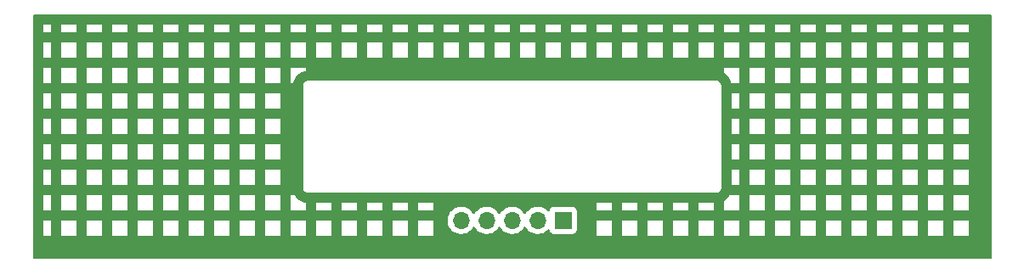
<source format=gbr>
%TF.GenerationSoftware,KiCad,Pcbnew,(6.0.4)*%
%TF.CreationDate,2022-08-22T23:27:17+02:00*%
%TF.ProjectId,SolarCMZ,536f6c61-7243-44d5-9a2e-6b696361645f,rev?*%
%TF.SameCoordinates,Original*%
%TF.FileFunction,Copper,L2,Bot*%
%TF.FilePolarity,Positive*%
%FSLAX46Y46*%
G04 Gerber Fmt 4.6, Leading zero omitted, Abs format (unit mm)*
G04 Created by KiCad (PCBNEW (6.0.4)) date 2022-08-22 23:27:17*
%MOMM*%
%LPD*%
G01*
G04 APERTURE LIST*
%TA.AperFunction,ComponentPad*%
%ADD10R,1.700000X1.700000*%
%TD*%
%TA.AperFunction,ComponentPad*%
%ADD11O,1.700000X1.700000*%
%TD*%
G04 APERTURE END LIST*
D10*
%TO.P,SolarPanelConnector1,1,Pin_1*%
%TO.N,unconnected-(SolarPanelConnector1-Pad1)*%
X157475000Y-122625000D03*
D11*
%TO.P,SolarPanelConnector1,2,Pin_2*%
%TO.N,Net-(R1-Pad2)*%
X154935000Y-122625000D03*
%TO.P,SolarPanelConnector1,3,Pin_3*%
%TO.N,unconnected-(SolarPanelConnector1-Pad3)*%
X152395000Y-122625000D03*
%TO.P,SolarPanelConnector1,4,Pin_4*%
%TO.N,unconnected-(SolarPanelConnector1-Pad4)*%
X149855000Y-122625000D03*
%TO.P,SolarPanelConnector1,5,Pin_5*%
%TO.N,/Solar2Neg*%
X147315000Y-122625000D03*
%TD*%
%TA.AperFunction,NonConductor*%
G36*
X200093621Y-102128502D02*
G01*
X200140114Y-102182158D01*
X200151500Y-102234500D01*
X200151500Y-126365500D01*
X200131498Y-126433621D01*
X200077842Y-126480114D01*
X200025500Y-126491500D01*
X104774500Y-126491500D01*
X104706379Y-126471498D01*
X104659886Y-126417842D01*
X104648500Y-126365500D01*
X104648500Y-124206500D01*
X105662500Y-124206500D01*
X106426500Y-124206500D01*
X107440500Y-124206500D01*
X108966500Y-124206500D01*
X109980500Y-124206500D01*
X111506500Y-124206500D01*
X112520500Y-124206500D01*
X114046500Y-124206500D01*
X115060500Y-124206500D01*
X116586500Y-124206500D01*
X117600500Y-124206500D01*
X119126500Y-124206500D01*
X120140500Y-124206500D01*
X121666500Y-124206500D01*
X122680500Y-124206500D01*
X124206500Y-124206500D01*
X125220500Y-124206500D01*
X126746500Y-124206500D01*
X127760500Y-124206500D01*
X129286500Y-124206500D01*
X130300500Y-124206500D01*
X131826500Y-124206500D01*
X132840500Y-124206500D01*
X134366500Y-124206500D01*
X135380500Y-124206500D01*
X136906500Y-124206500D01*
X137920500Y-124206500D01*
X139446500Y-124206500D01*
X140460500Y-124206500D01*
X141986500Y-124206500D01*
X143000500Y-124206500D01*
X144526500Y-124206500D01*
X160780500Y-124206500D01*
X162306500Y-124206500D01*
X163320500Y-124206500D01*
X164846500Y-124206500D01*
X165860500Y-124206500D01*
X167386500Y-124206500D01*
X168400500Y-124206500D01*
X169926500Y-124206500D01*
X170940500Y-124206500D01*
X172466500Y-124206500D01*
X173480500Y-124206500D01*
X175006500Y-124206500D01*
X176020500Y-124206500D01*
X177546500Y-124206500D01*
X178560500Y-124206500D01*
X180086500Y-124206500D01*
X181100500Y-124206500D01*
X182626500Y-124206500D01*
X183640500Y-124206500D01*
X185166500Y-124206500D01*
X186180500Y-124206500D01*
X187706500Y-124206500D01*
X188720500Y-124206500D01*
X190246500Y-124206500D01*
X191260500Y-124206500D01*
X192786500Y-124206500D01*
X193800500Y-124206500D01*
X195326500Y-124206500D01*
X196340500Y-124206500D01*
X197866500Y-124206500D01*
X197866500Y-122680500D01*
X196340500Y-122680500D01*
X196340500Y-124206500D01*
X195326500Y-124206500D01*
X195326500Y-122680500D01*
X193800500Y-122680500D01*
X193800500Y-124206500D01*
X192786500Y-124206500D01*
X192786500Y-122680500D01*
X191260500Y-122680500D01*
X191260500Y-124206500D01*
X190246500Y-124206500D01*
X190246500Y-122680500D01*
X188720500Y-122680500D01*
X188720500Y-124206500D01*
X187706500Y-124206500D01*
X187706500Y-122680500D01*
X186180500Y-122680500D01*
X186180500Y-124206500D01*
X185166500Y-124206500D01*
X185166500Y-122680500D01*
X183640500Y-122680500D01*
X183640500Y-124206500D01*
X182626500Y-124206500D01*
X182626500Y-122680500D01*
X181100500Y-122680500D01*
X181100500Y-124206500D01*
X180086500Y-124206500D01*
X180086500Y-122680500D01*
X178560500Y-122680500D01*
X178560500Y-124206500D01*
X177546500Y-124206500D01*
X177546500Y-122680500D01*
X176020500Y-122680500D01*
X176020500Y-124206500D01*
X175006500Y-124206500D01*
X175006500Y-122680500D01*
X173480500Y-122680500D01*
X173480500Y-124206500D01*
X172466500Y-124206500D01*
X172466500Y-122680500D01*
X170940500Y-122680500D01*
X170940500Y-124206500D01*
X169926500Y-124206500D01*
X169926500Y-122680500D01*
X168400500Y-122680500D01*
X168400500Y-124206500D01*
X167386500Y-124206500D01*
X167386500Y-122680500D01*
X165860500Y-122680500D01*
X165860500Y-124206500D01*
X164846500Y-124206500D01*
X164846500Y-122680500D01*
X163320500Y-122680500D01*
X163320500Y-124206500D01*
X162306500Y-124206500D01*
X162306500Y-122680500D01*
X160780500Y-122680500D01*
X160780500Y-124206500D01*
X144526500Y-124206500D01*
X144526500Y-122680500D01*
X143000500Y-122680500D01*
X143000500Y-124206500D01*
X141986500Y-124206500D01*
X141986500Y-122680500D01*
X140460500Y-122680500D01*
X140460500Y-124206500D01*
X139446500Y-124206500D01*
X139446500Y-122680500D01*
X137920500Y-122680500D01*
X137920500Y-124206500D01*
X136906500Y-124206500D01*
X136906500Y-122680500D01*
X135380500Y-122680500D01*
X135380500Y-124206500D01*
X134366500Y-124206500D01*
X134366500Y-122680500D01*
X132840500Y-122680500D01*
X132840500Y-124206500D01*
X131826500Y-124206500D01*
X131826500Y-122680500D01*
X130300500Y-122680500D01*
X130300500Y-124206500D01*
X129286500Y-124206500D01*
X129286500Y-122680500D01*
X127760500Y-122680500D01*
X127760500Y-124206500D01*
X126746500Y-124206500D01*
X126746500Y-122680500D01*
X125220500Y-122680500D01*
X125220500Y-124206500D01*
X124206500Y-124206500D01*
X124206500Y-122680500D01*
X122680500Y-122680500D01*
X122680500Y-124206500D01*
X121666500Y-124206500D01*
X121666500Y-122680500D01*
X120140500Y-122680500D01*
X120140500Y-124206500D01*
X119126500Y-124206500D01*
X119126500Y-122680500D01*
X117600500Y-122680500D01*
X117600500Y-124206500D01*
X116586500Y-124206500D01*
X116586500Y-122680500D01*
X115060500Y-122680500D01*
X115060500Y-124206500D01*
X114046500Y-124206500D01*
X114046500Y-122680500D01*
X112520500Y-122680500D01*
X112520500Y-124206500D01*
X111506500Y-124206500D01*
X111506500Y-122680500D01*
X109980500Y-122680500D01*
X109980500Y-124206500D01*
X108966500Y-124206500D01*
X108966500Y-122680500D01*
X107440500Y-122680500D01*
X107440500Y-124206500D01*
X106426500Y-124206500D01*
X106426500Y-122680500D01*
X105662500Y-122680500D01*
X105662500Y-124206500D01*
X104648500Y-124206500D01*
X104648500Y-122591695D01*
X145952251Y-122591695D01*
X145965110Y-122814715D01*
X145966247Y-122819761D01*
X145966248Y-122819767D01*
X145990304Y-122926508D01*
X146014222Y-123032639D01*
X146098266Y-123239616D01*
X146135685Y-123300678D01*
X146212291Y-123425688D01*
X146214987Y-123430088D01*
X146361250Y-123598938D01*
X146533126Y-123741632D01*
X146726000Y-123854338D01*
X146934692Y-123934030D01*
X146939760Y-123935061D01*
X146939763Y-123935062D01*
X147047017Y-123956883D01*
X147153597Y-123978567D01*
X147158772Y-123978757D01*
X147158774Y-123978757D01*
X147371673Y-123986564D01*
X147371677Y-123986564D01*
X147376837Y-123986753D01*
X147381957Y-123986097D01*
X147381959Y-123986097D01*
X147593288Y-123959025D01*
X147593289Y-123959025D01*
X147598416Y-123958368D01*
X147603366Y-123956883D01*
X147807429Y-123895661D01*
X147807434Y-123895659D01*
X147812384Y-123894174D01*
X148012994Y-123795896D01*
X148194860Y-123666173D01*
X148353096Y-123508489D01*
X148412594Y-123425689D01*
X148483453Y-123327077D01*
X148484776Y-123328028D01*
X148531645Y-123284857D01*
X148601580Y-123272625D01*
X148667026Y-123300144D01*
X148694875Y-123331994D01*
X148754987Y-123430088D01*
X148901250Y-123598938D01*
X149073126Y-123741632D01*
X149266000Y-123854338D01*
X149474692Y-123934030D01*
X149479760Y-123935061D01*
X149479763Y-123935062D01*
X149587017Y-123956883D01*
X149693597Y-123978567D01*
X149698772Y-123978757D01*
X149698774Y-123978757D01*
X149911673Y-123986564D01*
X149911677Y-123986564D01*
X149916837Y-123986753D01*
X149921957Y-123986097D01*
X149921959Y-123986097D01*
X150133288Y-123959025D01*
X150133289Y-123959025D01*
X150138416Y-123958368D01*
X150143366Y-123956883D01*
X150347429Y-123895661D01*
X150347434Y-123895659D01*
X150352384Y-123894174D01*
X150552994Y-123795896D01*
X150734860Y-123666173D01*
X150893096Y-123508489D01*
X150952594Y-123425689D01*
X151023453Y-123327077D01*
X151024776Y-123328028D01*
X151071645Y-123284857D01*
X151141580Y-123272625D01*
X151207026Y-123300144D01*
X151234875Y-123331994D01*
X151294987Y-123430088D01*
X151441250Y-123598938D01*
X151613126Y-123741632D01*
X151806000Y-123854338D01*
X152014692Y-123934030D01*
X152019760Y-123935061D01*
X152019763Y-123935062D01*
X152127017Y-123956883D01*
X152233597Y-123978567D01*
X152238772Y-123978757D01*
X152238774Y-123978757D01*
X152451673Y-123986564D01*
X152451677Y-123986564D01*
X152456837Y-123986753D01*
X152461957Y-123986097D01*
X152461959Y-123986097D01*
X152673288Y-123959025D01*
X152673289Y-123959025D01*
X152678416Y-123958368D01*
X152683366Y-123956883D01*
X152887429Y-123895661D01*
X152887434Y-123895659D01*
X152892384Y-123894174D01*
X153092994Y-123795896D01*
X153274860Y-123666173D01*
X153433096Y-123508489D01*
X153492594Y-123425689D01*
X153563453Y-123327077D01*
X153564776Y-123328028D01*
X153611645Y-123284857D01*
X153681580Y-123272625D01*
X153747026Y-123300144D01*
X153774875Y-123331994D01*
X153834987Y-123430088D01*
X153981250Y-123598938D01*
X154153126Y-123741632D01*
X154346000Y-123854338D01*
X154554692Y-123934030D01*
X154559760Y-123935061D01*
X154559763Y-123935062D01*
X154667017Y-123956883D01*
X154773597Y-123978567D01*
X154778772Y-123978757D01*
X154778774Y-123978757D01*
X154991673Y-123986564D01*
X154991677Y-123986564D01*
X154996837Y-123986753D01*
X155001957Y-123986097D01*
X155001959Y-123986097D01*
X155213288Y-123959025D01*
X155213289Y-123959025D01*
X155218416Y-123958368D01*
X155223366Y-123956883D01*
X155427429Y-123895661D01*
X155427434Y-123895659D01*
X155432384Y-123894174D01*
X155632994Y-123795896D01*
X155814860Y-123666173D01*
X155923091Y-123558319D01*
X155985462Y-123524404D01*
X156056268Y-123529592D01*
X156113030Y-123572238D01*
X156130012Y-123603341D01*
X156174385Y-123721705D01*
X156261739Y-123838261D01*
X156378295Y-123925615D01*
X156514684Y-123976745D01*
X156576866Y-123983500D01*
X158373134Y-123983500D01*
X158435316Y-123976745D01*
X158571705Y-123925615D01*
X158688261Y-123838261D01*
X158775615Y-123721705D01*
X158826745Y-123585316D01*
X158833500Y-123523134D01*
X158833500Y-121726866D01*
X158826942Y-121666500D01*
X160780500Y-121666500D01*
X162306500Y-121666500D01*
X163320500Y-121666500D01*
X164846500Y-121666500D01*
X165860500Y-121666500D01*
X167386500Y-121666500D01*
X168400500Y-121666500D01*
X169926500Y-121666500D01*
X170940500Y-121666500D01*
X172466500Y-121666500D01*
X173480500Y-121666500D01*
X175006500Y-121666500D01*
X176020500Y-121666500D01*
X177546500Y-121666500D01*
X178560500Y-121666500D01*
X180086500Y-121666500D01*
X181100500Y-121666500D01*
X182626500Y-121666500D01*
X183640500Y-121666500D01*
X185166500Y-121666500D01*
X186180500Y-121666500D01*
X187706500Y-121666500D01*
X188720500Y-121666500D01*
X190246500Y-121666500D01*
X191260500Y-121666500D01*
X192786500Y-121666500D01*
X193800500Y-121666500D01*
X195326500Y-121666500D01*
X196340500Y-121666500D01*
X197866500Y-121666500D01*
X197866500Y-120140500D01*
X196340500Y-120140500D01*
X196340500Y-121666500D01*
X195326500Y-121666500D01*
X195326500Y-120140500D01*
X193800500Y-120140500D01*
X193800500Y-121666500D01*
X192786500Y-121666500D01*
X192786500Y-120140500D01*
X191260500Y-120140500D01*
X191260500Y-121666500D01*
X190246500Y-121666500D01*
X190246500Y-120140500D01*
X188720500Y-120140500D01*
X188720500Y-121666500D01*
X187706500Y-121666500D01*
X187706500Y-120140500D01*
X186180500Y-120140500D01*
X186180500Y-121666500D01*
X185166500Y-121666500D01*
X185166500Y-120140500D01*
X183640500Y-120140500D01*
X183640500Y-121666500D01*
X182626500Y-121666500D01*
X182626500Y-120140500D01*
X181100500Y-120140500D01*
X181100500Y-121666500D01*
X180086500Y-121666500D01*
X180086500Y-120140500D01*
X178560500Y-120140500D01*
X178560500Y-121666500D01*
X177546500Y-121666500D01*
X177546500Y-120140500D01*
X176020500Y-120140500D01*
X176020500Y-121666500D01*
X175006500Y-121666500D01*
X175006500Y-120140500D01*
X174041143Y-120140500D01*
X174039486Y-120143267D01*
X174010279Y-120195473D01*
X174005630Y-120203131D01*
X173986017Y-120232989D01*
X173980834Y-120240298D01*
X173934128Y-120301442D01*
X173887678Y-120363028D01*
X173882033Y-120369984D01*
X173858550Y-120396904D01*
X173852425Y-120403441D01*
X173809963Y-120445646D01*
X173806815Y-120448964D01*
X173791268Y-120464228D01*
X173775607Y-120479794D01*
X173772209Y-120482939D01*
X173729515Y-120524856D01*
X173722901Y-120530903D01*
X173695694Y-120554056D01*
X173688670Y-120559616D01*
X173626556Y-120605282D01*
X173564822Y-120651255D01*
X173557450Y-120656348D01*
X173527352Y-120675596D01*
X173519638Y-120680151D01*
X173480500Y-120701423D01*
X173480500Y-121666500D01*
X172466500Y-121666500D01*
X172466500Y-120902500D01*
X170940500Y-120902500D01*
X170940500Y-121666500D01*
X169926500Y-121666500D01*
X169926500Y-120902500D01*
X168400500Y-120902500D01*
X168400500Y-121666500D01*
X167386500Y-121666500D01*
X167386500Y-120902500D01*
X165860500Y-120902500D01*
X165860500Y-121666500D01*
X164846500Y-121666500D01*
X164846500Y-120902500D01*
X163320500Y-120902500D01*
X163320500Y-121666500D01*
X162306500Y-121666500D01*
X162306500Y-120902500D01*
X160780500Y-120902500D01*
X160780500Y-121666500D01*
X158826942Y-121666500D01*
X158826745Y-121664684D01*
X158775615Y-121528295D01*
X158688261Y-121411739D01*
X158571705Y-121324385D01*
X158435316Y-121273255D01*
X158373134Y-121266500D01*
X156576866Y-121266500D01*
X156514684Y-121273255D01*
X156378295Y-121324385D01*
X156261739Y-121411739D01*
X156174385Y-121528295D01*
X156171233Y-121536703D01*
X156129919Y-121646907D01*
X156087277Y-121703671D01*
X156020716Y-121728371D01*
X155951367Y-121713163D01*
X155918743Y-121687476D01*
X155868151Y-121631875D01*
X155868142Y-121631866D01*
X155864670Y-121628051D01*
X155860619Y-121624852D01*
X155860615Y-121624848D01*
X155693414Y-121492800D01*
X155693410Y-121492798D01*
X155689359Y-121489598D01*
X155493789Y-121381638D01*
X155488920Y-121379914D01*
X155488916Y-121379912D01*
X155288087Y-121308795D01*
X155288083Y-121308794D01*
X155283212Y-121307069D01*
X155278119Y-121306162D01*
X155278116Y-121306161D01*
X155068373Y-121268800D01*
X155068367Y-121268799D01*
X155063284Y-121267894D01*
X154989452Y-121266992D01*
X154845081Y-121265228D01*
X154845079Y-121265228D01*
X154839911Y-121265165D01*
X154619091Y-121298955D01*
X154406756Y-121368357D01*
X154208607Y-121471507D01*
X154204474Y-121474610D01*
X154204471Y-121474612D01*
X154034100Y-121602530D01*
X154029965Y-121605635D01*
X153990525Y-121646907D01*
X153936280Y-121703671D01*
X153875629Y-121767138D01*
X153768201Y-121924621D01*
X153713293Y-121969621D01*
X153642768Y-121977792D01*
X153579021Y-121946538D01*
X153558324Y-121922054D01*
X153477822Y-121797617D01*
X153477820Y-121797614D01*
X153475014Y-121793277D01*
X153324670Y-121628051D01*
X153320619Y-121624852D01*
X153320615Y-121624848D01*
X153153414Y-121492800D01*
X153153410Y-121492798D01*
X153149359Y-121489598D01*
X152953789Y-121381638D01*
X152948920Y-121379914D01*
X152948916Y-121379912D01*
X152748087Y-121308795D01*
X152748083Y-121308794D01*
X152743212Y-121307069D01*
X152738119Y-121306162D01*
X152738116Y-121306161D01*
X152528373Y-121268800D01*
X152528367Y-121268799D01*
X152523284Y-121267894D01*
X152449452Y-121266992D01*
X152305081Y-121265228D01*
X152305079Y-121265228D01*
X152299911Y-121265165D01*
X152079091Y-121298955D01*
X151866756Y-121368357D01*
X151668607Y-121471507D01*
X151664474Y-121474610D01*
X151664471Y-121474612D01*
X151494100Y-121602530D01*
X151489965Y-121605635D01*
X151450525Y-121646907D01*
X151396280Y-121703671D01*
X151335629Y-121767138D01*
X151228201Y-121924621D01*
X151173293Y-121969621D01*
X151102768Y-121977792D01*
X151039021Y-121946538D01*
X151018324Y-121922054D01*
X150937822Y-121797617D01*
X150937820Y-121797614D01*
X150935014Y-121793277D01*
X150784670Y-121628051D01*
X150780619Y-121624852D01*
X150780615Y-121624848D01*
X150613414Y-121492800D01*
X150613410Y-121492798D01*
X150609359Y-121489598D01*
X150413789Y-121381638D01*
X150408920Y-121379914D01*
X150408916Y-121379912D01*
X150208087Y-121308795D01*
X150208083Y-121308794D01*
X150203212Y-121307069D01*
X150198119Y-121306162D01*
X150198116Y-121306161D01*
X149988373Y-121268800D01*
X149988367Y-121268799D01*
X149983284Y-121267894D01*
X149909452Y-121266992D01*
X149765081Y-121265228D01*
X149765079Y-121265228D01*
X149759911Y-121265165D01*
X149539091Y-121298955D01*
X149326756Y-121368357D01*
X149128607Y-121471507D01*
X149124474Y-121474610D01*
X149124471Y-121474612D01*
X148954100Y-121602530D01*
X148949965Y-121605635D01*
X148910525Y-121646907D01*
X148856280Y-121703671D01*
X148795629Y-121767138D01*
X148688201Y-121924621D01*
X148633293Y-121969621D01*
X148562768Y-121977792D01*
X148499021Y-121946538D01*
X148478324Y-121922054D01*
X148397822Y-121797617D01*
X148397820Y-121797614D01*
X148395014Y-121793277D01*
X148244670Y-121628051D01*
X148240619Y-121624852D01*
X148240615Y-121624848D01*
X148073414Y-121492800D01*
X148073410Y-121492798D01*
X148069359Y-121489598D01*
X147873789Y-121381638D01*
X147868920Y-121379914D01*
X147868916Y-121379912D01*
X147668087Y-121308795D01*
X147668083Y-121308794D01*
X147663212Y-121307069D01*
X147658119Y-121306162D01*
X147658116Y-121306161D01*
X147448373Y-121268800D01*
X147448367Y-121268799D01*
X147443284Y-121267894D01*
X147369452Y-121266992D01*
X147225081Y-121265228D01*
X147225079Y-121265228D01*
X147219911Y-121265165D01*
X146999091Y-121298955D01*
X146786756Y-121368357D01*
X146588607Y-121471507D01*
X146584474Y-121474610D01*
X146584471Y-121474612D01*
X146414100Y-121602530D01*
X146409965Y-121605635D01*
X146370525Y-121646907D01*
X146316280Y-121703671D01*
X146255629Y-121767138D01*
X146129743Y-121951680D01*
X146035688Y-122154305D01*
X145975989Y-122369570D01*
X145952251Y-122591695D01*
X104648500Y-122591695D01*
X104648500Y-121666500D01*
X105662500Y-121666500D01*
X106426500Y-121666500D01*
X107440500Y-121666500D01*
X108966500Y-121666500D01*
X109980500Y-121666500D01*
X111506500Y-121666500D01*
X112520500Y-121666500D01*
X114046500Y-121666500D01*
X115060500Y-121666500D01*
X116586500Y-121666500D01*
X117600500Y-121666500D01*
X119126500Y-121666500D01*
X120140500Y-121666500D01*
X121666500Y-121666500D01*
X122680500Y-121666500D01*
X124206500Y-121666500D01*
X125220500Y-121666500D01*
X126746500Y-121666500D01*
X127760500Y-121666500D01*
X129286500Y-121666500D01*
X130300500Y-121666500D01*
X131826500Y-121666500D01*
X132840500Y-121666500D01*
X134366500Y-121666500D01*
X135380500Y-121666500D01*
X136906500Y-121666500D01*
X137920500Y-121666500D01*
X139446500Y-121666500D01*
X140460500Y-121666500D01*
X141986500Y-121666500D01*
X143000500Y-121666500D01*
X144526500Y-121666500D01*
X144526500Y-120902500D01*
X143000500Y-120902500D01*
X143000500Y-121666500D01*
X141986500Y-121666500D01*
X141986500Y-120902500D01*
X140460500Y-120902500D01*
X140460500Y-121666500D01*
X139446500Y-121666500D01*
X139446500Y-120902500D01*
X137920500Y-120902500D01*
X137920500Y-121666500D01*
X136906500Y-121666500D01*
X136906500Y-120902500D01*
X135380500Y-120902500D01*
X135380500Y-121666500D01*
X134366500Y-121666500D01*
X134366500Y-120902500D01*
X132840500Y-120902500D01*
X132840500Y-121666500D01*
X131826500Y-121666500D01*
X131826500Y-120885099D01*
X131769450Y-120872373D01*
X131764996Y-120871516D01*
X131743716Y-120866632D01*
X131722201Y-120861833D01*
X131717793Y-120860683D01*
X131659437Y-120847291D01*
X131650780Y-120844977D01*
X131616617Y-120834532D01*
X131608149Y-120831610D01*
X131536411Y-120803965D01*
X131464206Y-120776645D01*
X131455945Y-120773178D01*
X131423514Y-120758193D01*
X131415520Y-120754149D01*
X131363033Y-120725205D01*
X131359025Y-120723146D01*
X131340198Y-120712613D01*
X131320691Y-120701856D01*
X131316733Y-120699486D01*
X131264527Y-120670279D01*
X131256869Y-120665630D01*
X131227011Y-120646017D01*
X131219702Y-120640834D01*
X131158558Y-120594128D01*
X131096972Y-120547678D01*
X131090016Y-120542033D01*
X131063096Y-120518550D01*
X131056559Y-120512425D01*
X131014354Y-120469963D01*
X131011036Y-120466815D01*
X130995772Y-120451268D01*
X130980206Y-120435607D01*
X130977061Y-120432209D01*
X130935144Y-120389515D01*
X130929097Y-120382901D01*
X130905944Y-120355694D01*
X130900384Y-120348670D01*
X130854718Y-120286556D01*
X130808745Y-120224822D01*
X130803652Y-120217450D01*
X130784404Y-120187352D01*
X130779849Y-120179638D01*
X130758577Y-120140500D01*
X130300500Y-120140500D01*
X130300500Y-121666500D01*
X129286500Y-121666500D01*
X129286500Y-120140500D01*
X127760500Y-120140500D01*
X127760500Y-121666500D01*
X126746500Y-121666500D01*
X126746500Y-120140500D01*
X125220500Y-120140500D01*
X125220500Y-121666500D01*
X124206500Y-121666500D01*
X124206500Y-120140500D01*
X122680500Y-120140500D01*
X122680500Y-121666500D01*
X121666500Y-121666500D01*
X121666500Y-120140500D01*
X120140500Y-120140500D01*
X120140500Y-121666500D01*
X119126500Y-121666500D01*
X119126500Y-120140500D01*
X117600500Y-120140500D01*
X117600500Y-121666500D01*
X116586500Y-121666500D01*
X116586500Y-120140500D01*
X115060500Y-120140500D01*
X115060500Y-121666500D01*
X114046500Y-121666500D01*
X114046500Y-120140500D01*
X112520500Y-120140500D01*
X112520500Y-121666500D01*
X111506500Y-121666500D01*
X111506500Y-120140500D01*
X109980500Y-120140500D01*
X109980500Y-121666500D01*
X108966500Y-121666500D01*
X108966500Y-120140500D01*
X107440500Y-120140500D01*
X107440500Y-121666500D01*
X106426500Y-121666500D01*
X106426500Y-120140500D01*
X105662500Y-120140500D01*
X105662500Y-121666500D01*
X104648500Y-121666500D01*
X104648500Y-119449721D01*
X131571024Y-119449721D01*
X131573491Y-119458352D01*
X131579150Y-119478153D01*
X131582728Y-119494915D01*
X131586920Y-119524187D01*
X131590634Y-119532355D01*
X131590634Y-119532356D01*
X131597548Y-119547562D01*
X131603996Y-119565086D01*
X131611051Y-119589771D01*
X131615843Y-119597365D01*
X131615844Y-119597368D01*
X131626830Y-119614780D01*
X131634969Y-119629863D01*
X131647208Y-119656782D01*
X131653069Y-119663584D01*
X131663970Y-119676235D01*
X131675073Y-119691239D01*
X131688776Y-119712958D01*
X131695501Y-119718897D01*
X131695504Y-119718901D01*
X131710938Y-119732532D01*
X131722982Y-119744724D01*
X131736427Y-119760327D01*
X131736430Y-119760329D01*
X131742287Y-119767127D01*
X131749816Y-119772007D01*
X131749817Y-119772008D01*
X131763835Y-119781094D01*
X131778709Y-119792385D01*
X131791217Y-119803431D01*
X131797951Y-119809378D01*
X131824711Y-119821942D01*
X131839691Y-119830263D01*
X131856983Y-119841471D01*
X131856988Y-119841473D01*
X131864515Y-119846352D01*
X131873108Y-119848922D01*
X131873113Y-119848924D01*
X131889120Y-119853711D01*
X131906564Y-119860372D01*
X131921676Y-119867467D01*
X131921678Y-119867468D01*
X131929800Y-119871281D01*
X131938667Y-119872662D01*
X131938668Y-119872662D01*
X131941353Y-119873080D01*
X131959017Y-119875830D01*
X131975732Y-119879613D01*
X131995466Y-119885515D01*
X131995472Y-119885516D01*
X132004066Y-119888086D01*
X132013037Y-119888141D01*
X132013038Y-119888141D01*
X132023097Y-119888202D01*
X132038506Y-119888296D01*
X132039289Y-119888329D01*
X132040386Y-119888500D01*
X132071377Y-119888500D01*
X132072147Y-119888502D01*
X132145785Y-119888952D01*
X132145786Y-119888952D01*
X132149721Y-119888976D01*
X132151065Y-119888592D01*
X132152410Y-119888500D01*
X172711377Y-119888500D01*
X172712148Y-119888502D01*
X172789721Y-119888976D01*
X172818152Y-119880850D01*
X172834915Y-119877272D01*
X172835753Y-119877152D01*
X172864187Y-119873080D01*
X172887564Y-119862451D01*
X172905087Y-119856004D01*
X172929771Y-119848949D01*
X172937365Y-119844157D01*
X172937368Y-119844156D01*
X172954780Y-119833170D01*
X172969865Y-119825030D01*
X172996782Y-119812792D01*
X173016235Y-119796030D01*
X173031239Y-119784927D01*
X173052958Y-119771224D01*
X173058897Y-119764499D01*
X173058901Y-119764496D01*
X173072532Y-119749062D01*
X173084724Y-119737018D01*
X173100327Y-119723573D01*
X173100329Y-119723570D01*
X173107127Y-119717713D01*
X173121094Y-119696165D01*
X173132385Y-119681291D01*
X173143431Y-119668783D01*
X173143432Y-119668782D01*
X173149378Y-119662049D01*
X173161943Y-119635287D01*
X173170263Y-119620309D01*
X173181471Y-119603017D01*
X173181473Y-119603012D01*
X173186352Y-119595485D01*
X173188922Y-119586892D01*
X173188924Y-119586887D01*
X173193711Y-119570880D01*
X173200372Y-119553436D01*
X173207467Y-119538324D01*
X173207468Y-119538322D01*
X173211281Y-119530200D01*
X173215830Y-119500983D01*
X173219613Y-119484268D01*
X173225515Y-119464534D01*
X173225516Y-119464528D01*
X173228086Y-119455934D01*
X173228296Y-119421494D01*
X173228329Y-119420711D01*
X173228500Y-119419614D01*
X173228500Y-119388623D01*
X173228502Y-119387853D01*
X173228952Y-119314215D01*
X173228952Y-119314214D01*
X173228976Y-119310279D01*
X173228592Y-119308935D01*
X173228500Y-119307590D01*
X173228500Y-119126500D01*
X174242500Y-119126500D01*
X175006500Y-119126500D01*
X176020500Y-119126500D01*
X177546500Y-119126500D01*
X178560500Y-119126500D01*
X180086500Y-119126500D01*
X181100500Y-119126500D01*
X182626500Y-119126500D01*
X183640500Y-119126500D01*
X185166500Y-119126500D01*
X186180500Y-119126500D01*
X187706500Y-119126500D01*
X188720500Y-119126500D01*
X190246500Y-119126500D01*
X191260500Y-119126500D01*
X192786500Y-119126500D01*
X193800500Y-119126500D01*
X195326500Y-119126500D01*
X196340500Y-119126500D01*
X197866500Y-119126500D01*
X197866500Y-117600500D01*
X196340500Y-117600500D01*
X196340500Y-119126500D01*
X195326500Y-119126500D01*
X195326500Y-117600500D01*
X193800500Y-117600500D01*
X193800500Y-119126500D01*
X192786500Y-119126500D01*
X192786500Y-117600500D01*
X191260500Y-117600500D01*
X191260500Y-119126500D01*
X190246500Y-119126500D01*
X190246500Y-117600500D01*
X188720500Y-117600500D01*
X188720500Y-119126500D01*
X187706500Y-119126500D01*
X187706500Y-117600500D01*
X186180500Y-117600500D01*
X186180500Y-119126500D01*
X185166500Y-119126500D01*
X185166500Y-117600500D01*
X183640500Y-117600500D01*
X183640500Y-119126500D01*
X182626500Y-119126500D01*
X182626500Y-117600500D01*
X181100500Y-117600500D01*
X181100500Y-119126500D01*
X180086500Y-119126500D01*
X180086500Y-117600500D01*
X178560500Y-117600500D01*
X178560500Y-119126500D01*
X177546500Y-119126500D01*
X177546500Y-117600500D01*
X176020500Y-117600500D01*
X176020500Y-119126500D01*
X175006500Y-119126500D01*
X175006500Y-117600500D01*
X174242500Y-117600500D01*
X174242500Y-119126500D01*
X173228500Y-119126500D01*
X173228500Y-116586500D01*
X174242500Y-116586500D01*
X175006500Y-116586500D01*
X176020500Y-116586500D01*
X177546500Y-116586500D01*
X178560500Y-116586500D01*
X180086500Y-116586500D01*
X181100500Y-116586500D01*
X182626500Y-116586500D01*
X183640500Y-116586500D01*
X185166500Y-116586500D01*
X186180500Y-116586500D01*
X187706500Y-116586500D01*
X188720500Y-116586500D01*
X190246500Y-116586500D01*
X191260500Y-116586500D01*
X192786500Y-116586500D01*
X193800500Y-116586500D01*
X195326500Y-116586500D01*
X196340500Y-116586500D01*
X197866500Y-116586500D01*
X197866500Y-115060500D01*
X196340500Y-115060500D01*
X196340500Y-116586500D01*
X195326500Y-116586500D01*
X195326500Y-115060500D01*
X193800500Y-115060500D01*
X193800500Y-116586500D01*
X192786500Y-116586500D01*
X192786500Y-115060500D01*
X191260500Y-115060500D01*
X191260500Y-116586500D01*
X190246500Y-116586500D01*
X190246500Y-115060500D01*
X188720500Y-115060500D01*
X188720500Y-116586500D01*
X187706500Y-116586500D01*
X187706500Y-115060500D01*
X186180500Y-115060500D01*
X186180500Y-116586500D01*
X185166500Y-116586500D01*
X185166500Y-115060500D01*
X183640500Y-115060500D01*
X183640500Y-116586500D01*
X182626500Y-116586500D01*
X182626500Y-115060500D01*
X181100500Y-115060500D01*
X181100500Y-116586500D01*
X180086500Y-116586500D01*
X180086500Y-115060500D01*
X178560500Y-115060500D01*
X178560500Y-116586500D01*
X177546500Y-116586500D01*
X177546500Y-115060500D01*
X176020500Y-115060500D01*
X176020500Y-116586500D01*
X175006500Y-116586500D01*
X175006500Y-115060500D01*
X174242500Y-115060500D01*
X174242500Y-116586500D01*
X173228500Y-116586500D01*
X173228500Y-114046500D01*
X174242500Y-114046500D01*
X175006500Y-114046500D01*
X176020500Y-114046500D01*
X177546500Y-114046500D01*
X178560500Y-114046500D01*
X180086500Y-114046500D01*
X181100500Y-114046500D01*
X182626500Y-114046500D01*
X183640500Y-114046500D01*
X185166500Y-114046500D01*
X186180500Y-114046500D01*
X187706500Y-114046500D01*
X188720500Y-114046500D01*
X190246500Y-114046500D01*
X191260500Y-114046500D01*
X192786500Y-114046500D01*
X193800500Y-114046500D01*
X195326500Y-114046500D01*
X196340500Y-114046500D01*
X197866500Y-114046500D01*
X197866500Y-112520500D01*
X196340500Y-112520500D01*
X196340500Y-114046500D01*
X195326500Y-114046500D01*
X195326500Y-112520500D01*
X193800500Y-112520500D01*
X193800500Y-114046500D01*
X192786500Y-114046500D01*
X192786500Y-112520500D01*
X191260500Y-112520500D01*
X191260500Y-114046500D01*
X190246500Y-114046500D01*
X190246500Y-112520500D01*
X188720500Y-112520500D01*
X188720500Y-114046500D01*
X187706500Y-114046500D01*
X187706500Y-112520500D01*
X186180500Y-112520500D01*
X186180500Y-114046500D01*
X185166500Y-114046500D01*
X185166500Y-112520500D01*
X183640500Y-112520500D01*
X183640500Y-114046500D01*
X182626500Y-114046500D01*
X182626500Y-112520500D01*
X181100500Y-112520500D01*
X181100500Y-114046500D01*
X180086500Y-114046500D01*
X180086500Y-112520500D01*
X178560500Y-112520500D01*
X178560500Y-114046500D01*
X177546500Y-114046500D01*
X177546500Y-112520500D01*
X176020500Y-112520500D01*
X176020500Y-114046500D01*
X175006500Y-114046500D01*
X175006500Y-112520500D01*
X174242500Y-112520500D01*
X174242500Y-114046500D01*
X173228500Y-114046500D01*
X173228500Y-111506500D01*
X174242500Y-111506500D01*
X175006500Y-111506500D01*
X176020500Y-111506500D01*
X177546500Y-111506500D01*
X178560500Y-111506500D01*
X180086500Y-111506500D01*
X181100500Y-111506500D01*
X182626500Y-111506500D01*
X183640500Y-111506500D01*
X185166500Y-111506500D01*
X186180500Y-111506500D01*
X187706500Y-111506500D01*
X188720500Y-111506500D01*
X190246500Y-111506500D01*
X191260500Y-111506500D01*
X192786500Y-111506500D01*
X193800500Y-111506500D01*
X195326500Y-111506500D01*
X196340500Y-111506500D01*
X197866500Y-111506500D01*
X197866500Y-109980500D01*
X196340500Y-109980500D01*
X196340500Y-111506500D01*
X195326500Y-111506500D01*
X195326500Y-109980500D01*
X193800500Y-109980500D01*
X193800500Y-111506500D01*
X192786500Y-111506500D01*
X192786500Y-109980500D01*
X191260500Y-109980500D01*
X191260500Y-111506500D01*
X190246500Y-111506500D01*
X190246500Y-109980500D01*
X188720500Y-109980500D01*
X188720500Y-111506500D01*
X187706500Y-111506500D01*
X187706500Y-109980500D01*
X186180500Y-109980500D01*
X186180500Y-111506500D01*
X185166500Y-111506500D01*
X185166500Y-109980500D01*
X183640500Y-109980500D01*
X183640500Y-111506500D01*
X182626500Y-111506500D01*
X182626500Y-109980500D01*
X181100500Y-109980500D01*
X181100500Y-111506500D01*
X180086500Y-111506500D01*
X180086500Y-109980500D01*
X178560500Y-109980500D01*
X178560500Y-111506500D01*
X177546500Y-111506500D01*
X177546500Y-109980500D01*
X176020500Y-109980500D01*
X176020500Y-111506500D01*
X175006500Y-111506500D01*
X175006500Y-109980500D01*
X174242500Y-109980500D01*
X174242500Y-111506500D01*
X173228500Y-111506500D01*
X173228500Y-109228623D01*
X173228502Y-109227853D01*
X173228800Y-109179102D01*
X173228976Y-109150279D01*
X173220850Y-109121847D01*
X173217272Y-109105085D01*
X173214352Y-109084698D01*
X173213080Y-109075813D01*
X173202451Y-109052436D01*
X173196004Y-109034913D01*
X173191416Y-109018862D01*
X173188949Y-109010229D01*
X173184156Y-109002632D01*
X173173170Y-108985220D01*
X173165030Y-108970135D01*
X173162564Y-108964711D01*
X173152792Y-108943218D01*
X173136030Y-108923765D01*
X173124927Y-108908761D01*
X173111224Y-108887042D01*
X173104499Y-108881103D01*
X173104496Y-108881099D01*
X173089062Y-108867468D01*
X173077018Y-108855276D01*
X173063573Y-108839673D01*
X173063570Y-108839671D01*
X173057713Y-108832873D01*
X173044009Y-108823990D01*
X173036165Y-108818906D01*
X173021291Y-108807615D01*
X173008783Y-108796569D01*
X173008782Y-108796568D01*
X173002049Y-108790622D01*
X172975287Y-108778057D01*
X172960309Y-108769737D01*
X172943017Y-108758529D01*
X172943012Y-108758527D01*
X172935485Y-108753648D01*
X172926892Y-108751078D01*
X172926887Y-108751076D01*
X172910880Y-108746289D01*
X172893436Y-108739628D01*
X172878324Y-108732533D01*
X172878322Y-108732532D01*
X172870200Y-108728719D01*
X172861333Y-108727338D01*
X172861332Y-108727338D01*
X172850478Y-108725648D01*
X172840983Y-108724170D01*
X172824268Y-108720387D01*
X172804534Y-108714485D01*
X172804528Y-108714484D01*
X172795934Y-108711914D01*
X172786963Y-108711859D01*
X172786962Y-108711859D01*
X172776903Y-108711798D01*
X172761494Y-108711704D01*
X172760711Y-108711671D01*
X172759614Y-108711500D01*
X172728623Y-108711500D01*
X172727853Y-108711498D01*
X172654215Y-108711048D01*
X172654214Y-108711048D01*
X172650279Y-108711024D01*
X172648935Y-108711408D01*
X172647590Y-108711500D01*
X132088623Y-108711500D01*
X132087853Y-108711498D01*
X132087037Y-108711493D01*
X132010279Y-108711024D01*
X131987918Y-108717415D01*
X131981847Y-108719150D01*
X131965085Y-108722728D01*
X131935813Y-108726920D01*
X131927645Y-108730634D01*
X131927644Y-108730634D01*
X131912438Y-108737548D01*
X131894914Y-108743996D01*
X131870229Y-108751051D01*
X131862635Y-108755843D01*
X131862632Y-108755844D01*
X131845220Y-108766830D01*
X131830137Y-108774969D01*
X131803218Y-108787208D01*
X131796416Y-108793069D01*
X131783765Y-108803970D01*
X131768761Y-108815073D01*
X131747042Y-108828776D01*
X131741103Y-108835501D01*
X131741099Y-108835504D01*
X131727468Y-108850938D01*
X131715276Y-108862982D01*
X131699673Y-108876427D01*
X131699671Y-108876430D01*
X131692873Y-108882287D01*
X131687993Y-108889816D01*
X131687992Y-108889817D01*
X131678906Y-108903835D01*
X131667615Y-108918709D01*
X131656569Y-108931217D01*
X131650622Y-108937951D01*
X131644312Y-108951391D01*
X131638058Y-108964711D01*
X131629737Y-108979691D01*
X131618529Y-108996983D01*
X131618527Y-108996988D01*
X131613648Y-109004515D01*
X131611078Y-109013108D01*
X131611076Y-109013113D01*
X131606289Y-109029120D01*
X131599628Y-109046564D01*
X131592533Y-109061676D01*
X131588719Y-109069800D01*
X131587338Y-109078667D01*
X131587338Y-109078668D01*
X131584170Y-109099015D01*
X131580387Y-109115732D01*
X131574485Y-109135466D01*
X131574484Y-109135472D01*
X131571914Y-109144066D01*
X131571859Y-109153037D01*
X131571859Y-109153038D01*
X131571704Y-109178497D01*
X131571671Y-109179289D01*
X131571500Y-109180386D01*
X131571500Y-109211377D01*
X131571498Y-109212147D01*
X131571024Y-109289721D01*
X131571408Y-109291065D01*
X131571500Y-109292410D01*
X131571500Y-119371377D01*
X131571498Y-119372147D01*
X131571024Y-119449721D01*
X104648500Y-119449721D01*
X104648500Y-119126500D01*
X105662500Y-119126500D01*
X106426500Y-119126500D01*
X107440500Y-119126500D01*
X108966500Y-119126500D01*
X109980500Y-119126500D01*
X111506500Y-119126500D01*
X112520500Y-119126500D01*
X114046500Y-119126500D01*
X115060500Y-119126500D01*
X116586500Y-119126500D01*
X117600500Y-119126500D01*
X119126500Y-119126500D01*
X120140500Y-119126500D01*
X121666500Y-119126500D01*
X122680500Y-119126500D01*
X124206500Y-119126500D01*
X125220500Y-119126500D01*
X126746500Y-119126500D01*
X127760500Y-119126500D01*
X129286500Y-119126500D01*
X129286500Y-117600500D01*
X127760500Y-117600500D01*
X127760500Y-119126500D01*
X126746500Y-119126500D01*
X126746500Y-117600500D01*
X125220500Y-117600500D01*
X125220500Y-119126500D01*
X124206500Y-119126500D01*
X124206500Y-117600500D01*
X122680500Y-117600500D01*
X122680500Y-119126500D01*
X121666500Y-119126500D01*
X121666500Y-117600500D01*
X120140500Y-117600500D01*
X120140500Y-119126500D01*
X119126500Y-119126500D01*
X119126500Y-117600500D01*
X117600500Y-117600500D01*
X117600500Y-119126500D01*
X116586500Y-119126500D01*
X116586500Y-117600500D01*
X115060500Y-117600500D01*
X115060500Y-119126500D01*
X114046500Y-119126500D01*
X114046500Y-117600500D01*
X112520500Y-117600500D01*
X112520500Y-119126500D01*
X111506500Y-119126500D01*
X111506500Y-117600500D01*
X109980500Y-117600500D01*
X109980500Y-119126500D01*
X108966500Y-119126500D01*
X108966500Y-117600500D01*
X107440500Y-117600500D01*
X107440500Y-119126500D01*
X106426500Y-119126500D01*
X106426500Y-117600500D01*
X105662500Y-117600500D01*
X105662500Y-119126500D01*
X104648500Y-119126500D01*
X104648500Y-116586500D01*
X105662500Y-116586500D01*
X106426500Y-116586500D01*
X107440500Y-116586500D01*
X108966500Y-116586500D01*
X109980500Y-116586500D01*
X111506500Y-116586500D01*
X112520500Y-116586500D01*
X114046500Y-116586500D01*
X115060500Y-116586500D01*
X116586500Y-116586500D01*
X117600500Y-116586500D01*
X119126500Y-116586500D01*
X120140500Y-116586500D01*
X121666500Y-116586500D01*
X122680500Y-116586500D01*
X124206500Y-116586500D01*
X125220500Y-116586500D01*
X126746500Y-116586500D01*
X127760500Y-116586500D01*
X129286500Y-116586500D01*
X129286500Y-115060500D01*
X127760500Y-115060500D01*
X127760500Y-116586500D01*
X126746500Y-116586500D01*
X126746500Y-115060500D01*
X125220500Y-115060500D01*
X125220500Y-116586500D01*
X124206500Y-116586500D01*
X124206500Y-115060500D01*
X122680500Y-115060500D01*
X122680500Y-116586500D01*
X121666500Y-116586500D01*
X121666500Y-115060500D01*
X120140500Y-115060500D01*
X120140500Y-116586500D01*
X119126500Y-116586500D01*
X119126500Y-115060500D01*
X117600500Y-115060500D01*
X117600500Y-116586500D01*
X116586500Y-116586500D01*
X116586500Y-115060500D01*
X115060500Y-115060500D01*
X115060500Y-116586500D01*
X114046500Y-116586500D01*
X114046500Y-115060500D01*
X112520500Y-115060500D01*
X112520500Y-116586500D01*
X111506500Y-116586500D01*
X111506500Y-115060500D01*
X109980500Y-115060500D01*
X109980500Y-116586500D01*
X108966500Y-116586500D01*
X108966500Y-115060500D01*
X107440500Y-115060500D01*
X107440500Y-116586500D01*
X106426500Y-116586500D01*
X106426500Y-115060500D01*
X105662500Y-115060500D01*
X105662500Y-116586500D01*
X104648500Y-116586500D01*
X104648500Y-114046500D01*
X105662500Y-114046500D01*
X106426500Y-114046500D01*
X107440500Y-114046500D01*
X108966500Y-114046500D01*
X109980500Y-114046500D01*
X111506500Y-114046500D01*
X112520500Y-114046500D01*
X114046500Y-114046500D01*
X115060500Y-114046500D01*
X116586500Y-114046500D01*
X117600500Y-114046500D01*
X119126500Y-114046500D01*
X120140500Y-114046500D01*
X121666500Y-114046500D01*
X122680500Y-114046500D01*
X124206500Y-114046500D01*
X125220500Y-114046500D01*
X126746500Y-114046500D01*
X127760500Y-114046500D01*
X129286500Y-114046500D01*
X129286500Y-112520500D01*
X127760500Y-112520500D01*
X127760500Y-114046500D01*
X126746500Y-114046500D01*
X126746500Y-112520500D01*
X125220500Y-112520500D01*
X125220500Y-114046500D01*
X124206500Y-114046500D01*
X124206500Y-112520500D01*
X122680500Y-112520500D01*
X122680500Y-114046500D01*
X121666500Y-114046500D01*
X121666500Y-112520500D01*
X120140500Y-112520500D01*
X120140500Y-114046500D01*
X119126500Y-114046500D01*
X119126500Y-112520500D01*
X117600500Y-112520500D01*
X117600500Y-114046500D01*
X116586500Y-114046500D01*
X116586500Y-112520500D01*
X115060500Y-112520500D01*
X115060500Y-114046500D01*
X114046500Y-114046500D01*
X114046500Y-112520500D01*
X112520500Y-112520500D01*
X112520500Y-114046500D01*
X111506500Y-114046500D01*
X111506500Y-112520500D01*
X109980500Y-112520500D01*
X109980500Y-114046500D01*
X108966500Y-114046500D01*
X108966500Y-112520500D01*
X107440500Y-112520500D01*
X107440500Y-114046500D01*
X106426500Y-114046500D01*
X106426500Y-112520500D01*
X105662500Y-112520500D01*
X105662500Y-114046500D01*
X104648500Y-114046500D01*
X104648500Y-111506500D01*
X105662500Y-111506500D01*
X106426500Y-111506500D01*
X107440500Y-111506500D01*
X108966500Y-111506500D01*
X109980500Y-111506500D01*
X111506500Y-111506500D01*
X112520500Y-111506500D01*
X114046500Y-111506500D01*
X115060500Y-111506500D01*
X116586500Y-111506500D01*
X117600500Y-111506500D01*
X119126500Y-111506500D01*
X120140500Y-111506500D01*
X121666500Y-111506500D01*
X122680500Y-111506500D01*
X124206500Y-111506500D01*
X125220500Y-111506500D01*
X126746500Y-111506500D01*
X127760500Y-111506500D01*
X129286500Y-111506500D01*
X129286500Y-109980500D01*
X127760500Y-109980500D01*
X127760500Y-111506500D01*
X126746500Y-111506500D01*
X126746500Y-109980500D01*
X125220500Y-109980500D01*
X125220500Y-111506500D01*
X124206500Y-111506500D01*
X124206500Y-109980500D01*
X122680500Y-109980500D01*
X122680500Y-111506500D01*
X121666500Y-111506500D01*
X121666500Y-109980500D01*
X120140500Y-109980500D01*
X120140500Y-111506500D01*
X119126500Y-111506500D01*
X119126500Y-109980500D01*
X117600500Y-109980500D01*
X117600500Y-111506500D01*
X116586500Y-111506500D01*
X116586500Y-109980500D01*
X115060500Y-109980500D01*
X115060500Y-111506500D01*
X114046500Y-111506500D01*
X114046500Y-109980500D01*
X112520500Y-109980500D01*
X112520500Y-111506500D01*
X111506500Y-111506500D01*
X111506500Y-109980500D01*
X109980500Y-109980500D01*
X109980500Y-111506500D01*
X108966500Y-111506500D01*
X108966500Y-109980500D01*
X107440500Y-109980500D01*
X107440500Y-111506500D01*
X106426500Y-111506500D01*
X106426500Y-109980500D01*
X105662500Y-109980500D01*
X105662500Y-111506500D01*
X104648500Y-111506500D01*
X104648500Y-108966500D01*
X105662500Y-108966500D01*
X106426500Y-108966500D01*
X107440500Y-108966500D01*
X108966500Y-108966500D01*
X109980500Y-108966500D01*
X111506500Y-108966500D01*
X112520500Y-108966500D01*
X114046500Y-108966500D01*
X115060500Y-108966500D01*
X116586500Y-108966500D01*
X117600500Y-108966500D01*
X119126500Y-108966500D01*
X120140500Y-108966500D01*
X121666500Y-108966500D01*
X122680500Y-108966500D01*
X124206500Y-108966500D01*
X125220500Y-108966500D01*
X126746500Y-108966500D01*
X127760500Y-108966500D01*
X129286500Y-108966500D01*
X130300500Y-108966500D01*
X130574901Y-108966500D01*
X130587627Y-108909450D01*
X130588484Y-108904996D01*
X130593368Y-108883716D01*
X130598167Y-108862201D01*
X130599317Y-108857793D01*
X130612709Y-108799437D01*
X130615023Y-108790780D01*
X130625468Y-108756617D01*
X130628390Y-108748149D01*
X130656035Y-108676411D01*
X130683355Y-108604206D01*
X130686822Y-108595945D01*
X130701807Y-108563514D01*
X130705851Y-108555520D01*
X130734795Y-108503033D01*
X130736854Y-108499025D01*
X130747387Y-108480198D01*
X130758144Y-108460691D01*
X130760514Y-108456733D01*
X130789721Y-108404527D01*
X130794370Y-108396869D01*
X130813983Y-108367011D01*
X130819166Y-108359702D01*
X130865872Y-108298558D01*
X130912322Y-108236972D01*
X130917967Y-108230016D01*
X130941450Y-108203096D01*
X130947575Y-108196559D01*
X130990037Y-108154354D01*
X130993185Y-108151036D01*
X131008732Y-108135772D01*
X131024393Y-108120206D01*
X131027791Y-108117061D01*
X131070485Y-108075144D01*
X131077099Y-108069097D01*
X131104306Y-108045944D01*
X131111330Y-108040384D01*
X131173444Y-107994718D01*
X131235178Y-107948745D01*
X131242550Y-107943652D01*
X131272648Y-107924404D01*
X131280362Y-107919849D01*
X131318985Y-107898857D01*
X173480500Y-107898857D01*
X173483267Y-107900514D01*
X173535473Y-107929721D01*
X173543131Y-107934370D01*
X173572989Y-107953983D01*
X173580298Y-107959166D01*
X173641442Y-108005872D01*
X173703028Y-108052322D01*
X173709984Y-108057967D01*
X173736904Y-108081450D01*
X173743441Y-108087575D01*
X173785646Y-108130037D01*
X173788964Y-108133185D01*
X173804228Y-108148732D01*
X173819794Y-108164393D01*
X173822939Y-108167791D01*
X173864856Y-108210485D01*
X173870903Y-108217099D01*
X173894056Y-108244306D01*
X173899616Y-108251330D01*
X173945282Y-108313444D01*
X173991255Y-108375178D01*
X173996348Y-108382550D01*
X174015596Y-108412648D01*
X174020151Y-108420362D01*
X174048740Y-108472962D01*
X174051023Y-108476882D01*
X174061395Y-108496246D01*
X174071863Y-108515505D01*
X174073892Y-108519575D01*
X174102157Y-108572344D01*
X174106104Y-108580386D01*
X174120692Y-108612997D01*
X174124057Y-108621302D01*
X174150413Y-108693617D01*
X174177274Y-108765943D01*
X174180093Y-108774449D01*
X174190119Y-108808738D01*
X174192326Y-108817419D01*
X174205002Y-108875924D01*
X174206092Y-108880327D01*
X174210592Y-108901725D01*
X174215254Y-108923245D01*
X174216061Y-108927737D01*
X174224212Y-108966500D01*
X175006500Y-108966500D01*
X176020500Y-108966500D01*
X177546500Y-108966500D01*
X178560500Y-108966500D01*
X180086500Y-108966500D01*
X181100500Y-108966500D01*
X182626500Y-108966500D01*
X183640500Y-108966500D01*
X185166500Y-108966500D01*
X186180500Y-108966500D01*
X187706500Y-108966500D01*
X188720500Y-108966500D01*
X190246500Y-108966500D01*
X191260500Y-108966500D01*
X192786500Y-108966500D01*
X193800500Y-108966500D01*
X195326500Y-108966500D01*
X196340500Y-108966500D01*
X197866500Y-108966500D01*
X197866500Y-107440500D01*
X196340500Y-107440500D01*
X196340500Y-108966500D01*
X195326500Y-108966500D01*
X195326500Y-107440500D01*
X193800500Y-107440500D01*
X193800500Y-108966500D01*
X192786500Y-108966500D01*
X192786500Y-107440500D01*
X191260500Y-107440500D01*
X191260500Y-108966500D01*
X190246500Y-108966500D01*
X190246500Y-107440500D01*
X188720500Y-107440500D01*
X188720500Y-108966500D01*
X187706500Y-108966500D01*
X187706500Y-107440500D01*
X186180500Y-107440500D01*
X186180500Y-108966500D01*
X185166500Y-108966500D01*
X185166500Y-107440500D01*
X183640500Y-107440500D01*
X183640500Y-108966500D01*
X182626500Y-108966500D01*
X182626500Y-107440500D01*
X181100500Y-107440500D01*
X181100500Y-108966500D01*
X180086500Y-108966500D01*
X180086500Y-107440500D01*
X178560500Y-107440500D01*
X178560500Y-108966500D01*
X177546500Y-108966500D01*
X177546500Y-107440500D01*
X176020500Y-107440500D01*
X176020500Y-108966500D01*
X175006500Y-108966500D01*
X175006500Y-107440500D01*
X173480500Y-107440500D01*
X173480500Y-107898857D01*
X131318985Y-107898857D01*
X131332962Y-107891260D01*
X131336882Y-107888977D01*
X131356246Y-107878605D01*
X131375505Y-107868137D01*
X131379575Y-107866108D01*
X131432344Y-107837843D01*
X131440386Y-107833896D01*
X131472997Y-107819308D01*
X131481302Y-107815943D01*
X131553617Y-107789587D01*
X131625943Y-107762726D01*
X131634449Y-107759907D01*
X131668738Y-107749881D01*
X131677419Y-107747674D01*
X131735924Y-107734998D01*
X131740327Y-107733908D01*
X131761725Y-107729408D01*
X131783245Y-107724746D01*
X131787737Y-107723939D01*
X131826500Y-107715788D01*
X131826500Y-107440500D01*
X130300500Y-107440500D01*
X130300500Y-108966500D01*
X129286500Y-108966500D01*
X129286500Y-107440500D01*
X127760500Y-107440500D01*
X127760500Y-108966500D01*
X126746500Y-108966500D01*
X126746500Y-107440500D01*
X125220500Y-107440500D01*
X125220500Y-108966500D01*
X124206500Y-108966500D01*
X124206500Y-107440500D01*
X122680500Y-107440500D01*
X122680500Y-108966500D01*
X121666500Y-108966500D01*
X121666500Y-107440500D01*
X120140500Y-107440500D01*
X120140500Y-108966500D01*
X119126500Y-108966500D01*
X119126500Y-107440500D01*
X117600500Y-107440500D01*
X117600500Y-108966500D01*
X116586500Y-108966500D01*
X116586500Y-107440500D01*
X115060500Y-107440500D01*
X115060500Y-108966500D01*
X114046500Y-108966500D01*
X114046500Y-107440500D01*
X112520500Y-107440500D01*
X112520500Y-108966500D01*
X111506500Y-108966500D01*
X111506500Y-107440500D01*
X109980500Y-107440500D01*
X109980500Y-108966500D01*
X108966500Y-108966500D01*
X108966500Y-107440500D01*
X107440500Y-107440500D01*
X107440500Y-108966500D01*
X106426500Y-108966500D01*
X106426500Y-107440500D01*
X105662500Y-107440500D01*
X105662500Y-108966500D01*
X104648500Y-108966500D01*
X104648500Y-106426500D01*
X105662500Y-106426500D01*
X106426500Y-106426500D01*
X107440500Y-106426500D01*
X108966500Y-106426500D01*
X109980500Y-106426500D01*
X111506500Y-106426500D01*
X112520500Y-106426500D01*
X114046500Y-106426500D01*
X115060500Y-106426500D01*
X116586500Y-106426500D01*
X117600500Y-106426500D01*
X119126500Y-106426500D01*
X120140500Y-106426500D01*
X121666500Y-106426500D01*
X122680500Y-106426500D01*
X124206500Y-106426500D01*
X125220500Y-106426500D01*
X126746500Y-106426500D01*
X127760500Y-106426500D01*
X129286500Y-106426500D01*
X130300500Y-106426500D01*
X131826500Y-106426500D01*
X132840500Y-106426500D01*
X134366500Y-106426500D01*
X135380500Y-106426500D01*
X136906500Y-106426500D01*
X137920500Y-106426500D01*
X139446500Y-106426500D01*
X140460500Y-106426500D01*
X141986500Y-106426500D01*
X143000500Y-106426500D01*
X144526500Y-106426500D01*
X145540500Y-106426500D01*
X147066500Y-106426500D01*
X148080500Y-106426500D01*
X149606500Y-106426500D01*
X150620500Y-106426500D01*
X152146500Y-106426500D01*
X153160500Y-106426500D01*
X154686500Y-106426500D01*
X155700500Y-106426500D01*
X157226500Y-106426500D01*
X158240500Y-106426500D01*
X159766500Y-106426500D01*
X160780500Y-106426500D01*
X162306500Y-106426500D01*
X163320500Y-106426500D01*
X164846500Y-106426500D01*
X165860500Y-106426500D01*
X167386500Y-106426500D01*
X168400500Y-106426500D01*
X169926500Y-106426500D01*
X170940500Y-106426500D01*
X172466500Y-106426500D01*
X173480500Y-106426500D01*
X175006500Y-106426500D01*
X176020500Y-106426500D01*
X177546500Y-106426500D01*
X178560500Y-106426500D01*
X180086500Y-106426500D01*
X181100500Y-106426500D01*
X182626500Y-106426500D01*
X183640500Y-106426500D01*
X185166500Y-106426500D01*
X186180500Y-106426500D01*
X187706500Y-106426500D01*
X188720500Y-106426500D01*
X190246500Y-106426500D01*
X191260500Y-106426500D01*
X192786500Y-106426500D01*
X193800500Y-106426500D01*
X195326500Y-106426500D01*
X196340500Y-106426500D01*
X197866500Y-106426500D01*
X197866500Y-104900500D01*
X196340500Y-104900500D01*
X196340500Y-106426500D01*
X195326500Y-106426500D01*
X195326500Y-104900500D01*
X193800500Y-104900500D01*
X193800500Y-106426500D01*
X192786500Y-106426500D01*
X192786500Y-104900500D01*
X191260500Y-104900500D01*
X191260500Y-106426500D01*
X190246500Y-106426500D01*
X190246500Y-104900500D01*
X188720500Y-104900500D01*
X188720500Y-106426500D01*
X187706500Y-106426500D01*
X187706500Y-104900500D01*
X186180500Y-104900500D01*
X186180500Y-106426500D01*
X185166500Y-106426500D01*
X185166500Y-104900500D01*
X183640500Y-104900500D01*
X183640500Y-106426500D01*
X182626500Y-106426500D01*
X182626500Y-104900500D01*
X181100500Y-104900500D01*
X181100500Y-106426500D01*
X180086500Y-106426500D01*
X180086500Y-104900500D01*
X178560500Y-104900500D01*
X178560500Y-106426500D01*
X177546500Y-106426500D01*
X177546500Y-104900500D01*
X176020500Y-104900500D01*
X176020500Y-106426500D01*
X175006500Y-106426500D01*
X175006500Y-104900500D01*
X173480500Y-104900500D01*
X173480500Y-106426500D01*
X172466500Y-106426500D01*
X172466500Y-104900500D01*
X170940500Y-104900500D01*
X170940500Y-106426500D01*
X169926500Y-106426500D01*
X169926500Y-104900500D01*
X168400500Y-104900500D01*
X168400500Y-106426500D01*
X167386500Y-106426500D01*
X167386500Y-104900500D01*
X165860500Y-104900500D01*
X165860500Y-106426500D01*
X164846500Y-106426500D01*
X164846500Y-104900500D01*
X163320500Y-104900500D01*
X163320500Y-106426500D01*
X162306500Y-106426500D01*
X162306500Y-104900500D01*
X160780500Y-104900500D01*
X160780500Y-106426500D01*
X159766500Y-106426500D01*
X159766500Y-104900500D01*
X158240500Y-104900500D01*
X158240500Y-106426500D01*
X157226500Y-106426500D01*
X157226500Y-104900500D01*
X155700500Y-104900500D01*
X155700500Y-106426500D01*
X154686500Y-106426500D01*
X154686500Y-104900500D01*
X153160500Y-104900500D01*
X153160500Y-106426500D01*
X152146500Y-106426500D01*
X152146500Y-104900500D01*
X150620500Y-104900500D01*
X150620500Y-106426500D01*
X149606500Y-106426500D01*
X149606500Y-104900500D01*
X148080500Y-104900500D01*
X148080500Y-106426500D01*
X147066500Y-106426500D01*
X147066500Y-104900500D01*
X145540500Y-104900500D01*
X145540500Y-106426500D01*
X144526500Y-106426500D01*
X144526500Y-104900500D01*
X143000500Y-104900500D01*
X143000500Y-106426500D01*
X141986500Y-106426500D01*
X141986500Y-104900500D01*
X140460500Y-104900500D01*
X140460500Y-106426500D01*
X139446500Y-106426500D01*
X139446500Y-104900500D01*
X137920500Y-104900500D01*
X137920500Y-106426500D01*
X136906500Y-106426500D01*
X136906500Y-104900500D01*
X135380500Y-104900500D01*
X135380500Y-106426500D01*
X134366500Y-106426500D01*
X134366500Y-104900500D01*
X132840500Y-104900500D01*
X132840500Y-106426500D01*
X131826500Y-106426500D01*
X131826500Y-104900500D01*
X130300500Y-104900500D01*
X130300500Y-106426500D01*
X129286500Y-106426500D01*
X129286500Y-104900500D01*
X127760500Y-104900500D01*
X127760500Y-106426500D01*
X126746500Y-106426500D01*
X126746500Y-104900500D01*
X125220500Y-104900500D01*
X125220500Y-106426500D01*
X124206500Y-106426500D01*
X124206500Y-104900500D01*
X122680500Y-104900500D01*
X122680500Y-106426500D01*
X121666500Y-106426500D01*
X121666500Y-104900500D01*
X120140500Y-104900500D01*
X120140500Y-106426500D01*
X119126500Y-106426500D01*
X119126500Y-104900500D01*
X117600500Y-104900500D01*
X117600500Y-106426500D01*
X116586500Y-106426500D01*
X116586500Y-104900500D01*
X115060500Y-104900500D01*
X115060500Y-106426500D01*
X114046500Y-106426500D01*
X114046500Y-104900500D01*
X112520500Y-104900500D01*
X112520500Y-106426500D01*
X111506500Y-106426500D01*
X111506500Y-104900500D01*
X109980500Y-104900500D01*
X109980500Y-106426500D01*
X108966500Y-106426500D01*
X108966500Y-104900500D01*
X107440500Y-104900500D01*
X107440500Y-106426500D01*
X106426500Y-106426500D01*
X106426500Y-104900500D01*
X105662500Y-104900500D01*
X105662500Y-106426500D01*
X104648500Y-106426500D01*
X104648500Y-103886500D01*
X105662500Y-103886500D01*
X106426500Y-103886500D01*
X107440500Y-103886500D01*
X108966500Y-103886500D01*
X109980500Y-103886500D01*
X111506500Y-103886500D01*
X112520500Y-103886500D01*
X114046500Y-103886500D01*
X115060500Y-103886500D01*
X116586500Y-103886500D01*
X117600500Y-103886500D01*
X119126500Y-103886500D01*
X120140500Y-103886500D01*
X121666500Y-103886500D01*
X122680500Y-103886500D01*
X124206500Y-103886500D01*
X125220500Y-103886500D01*
X126746500Y-103886500D01*
X127760500Y-103886500D01*
X129286500Y-103886500D01*
X130300500Y-103886500D01*
X131826500Y-103886500D01*
X132840500Y-103886500D01*
X134366500Y-103886500D01*
X135380500Y-103886500D01*
X136906500Y-103886500D01*
X137920500Y-103886500D01*
X139446500Y-103886500D01*
X140460500Y-103886500D01*
X141986500Y-103886500D01*
X143000500Y-103886500D01*
X144526500Y-103886500D01*
X145540500Y-103886500D01*
X147066500Y-103886500D01*
X148080500Y-103886500D01*
X149606500Y-103886500D01*
X150620500Y-103886500D01*
X152146500Y-103886500D01*
X153160500Y-103886500D01*
X154686500Y-103886500D01*
X155700500Y-103886500D01*
X157226500Y-103886500D01*
X158240500Y-103886500D01*
X159766500Y-103886500D01*
X160780500Y-103886500D01*
X162306500Y-103886500D01*
X163320500Y-103886500D01*
X164846500Y-103886500D01*
X165860500Y-103886500D01*
X167386500Y-103886500D01*
X168400500Y-103886500D01*
X169926500Y-103886500D01*
X170940500Y-103886500D01*
X172466500Y-103886500D01*
X173480500Y-103886500D01*
X175006500Y-103886500D01*
X176020500Y-103886500D01*
X177546500Y-103886500D01*
X178560500Y-103886500D01*
X180086500Y-103886500D01*
X181100500Y-103886500D01*
X182626500Y-103886500D01*
X183640500Y-103886500D01*
X185166500Y-103886500D01*
X186180500Y-103886500D01*
X187706500Y-103886500D01*
X188720500Y-103886500D01*
X190246500Y-103886500D01*
X191260500Y-103886500D01*
X192786500Y-103886500D01*
X193800500Y-103886500D01*
X195326500Y-103886500D01*
X196340500Y-103886500D01*
X197866500Y-103886500D01*
X197866500Y-103122500D01*
X196340500Y-103122500D01*
X196340500Y-103886500D01*
X195326500Y-103886500D01*
X195326500Y-103122500D01*
X193800500Y-103122500D01*
X193800500Y-103886500D01*
X192786500Y-103886500D01*
X192786500Y-103122500D01*
X191260500Y-103122500D01*
X191260500Y-103886500D01*
X190246500Y-103886500D01*
X190246500Y-103122500D01*
X188720500Y-103122500D01*
X188720500Y-103886500D01*
X187706500Y-103886500D01*
X187706500Y-103122500D01*
X186180500Y-103122500D01*
X186180500Y-103886500D01*
X185166500Y-103886500D01*
X185166500Y-103122500D01*
X183640500Y-103122500D01*
X183640500Y-103886500D01*
X182626500Y-103886500D01*
X182626500Y-103122500D01*
X181100500Y-103122500D01*
X181100500Y-103886500D01*
X180086500Y-103886500D01*
X180086500Y-103122500D01*
X178560500Y-103122500D01*
X178560500Y-103886500D01*
X177546500Y-103886500D01*
X177546500Y-103122500D01*
X176020500Y-103122500D01*
X176020500Y-103886500D01*
X175006500Y-103886500D01*
X175006500Y-103122500D01*
X173480500Y-103122500D01*
X173480500Y-103886500D01*
X172466500Y-103886500D01*
X172466500Y-103122500D01*
X170940500Y-103122500D01*
X170940500Y-103886500D01*
X169926500Y-103886500D01*
X169926500Y-103122500D01*
X168400500Y-103122500D01*
X168400500Y-103886500D01*
X167386500Y-103886500D01*
X167386500Y-103122500D01*
X165860500Y-103122500D01*
X165860500Y-103886500D01*
X164846500Y-103886500D01*
X164846500Y-103122500D01*
X163320500Y-103122500D01*
X163320500Y-103886500D01*
X162306500Y-103886500D01*
X162306500Y-103122500D01*
X160780500Y-103122500D01*
X160780500Y-103886500D01*
X159766500Y-103886500D01*
X159766500Y-103122500D01*
X158240500Y-103122500D01*
X158240500Y-103886500D01*
X157226500Y-103886500D01*
X157226500Y-103122500D01*
X155700500Y-103122500D01*
X155700500Y-103886500D01*
X154686500Y-103886500D01*
X154686500Y-103122500D01*
X153160500Y-103122500D01*
X153160500Y-103886500D01*
X152146500Y-103886500D01*
X152146500Y-103122500D01*
X150620500Y-103122500D01*
X150620500Y-103886500D01*
X149606500Y-103886500D01*
X149606500Y-103122500D01*
X148080500Y-103122500D01*
X148080500Y-103886500D01*
X147066500Y-103886500D01*
X147066500Y-103122500D01*
X145540500Y-103122500D01*
X145540500Y-103886500D01*
X144526500Y-103886500D01*
X144526500Y-103122500D01*
X143000500Y-103122500D01*
X143000500Y-103886500D01*
X141986500Y-103886500D01*
X141986500Y-103122500D01*
X140460500Y-103122500D01*
X140460500Y-103886500D01*
X139446500Y-103886500D01*
X139446500Y-103122500D01*
X137920500Y-103122500D01*
X137920500Y-103886500D01*
X136906500Y-103886500D01*
X136906500Y-103122500D01*
X135380500Y-103122500D01*
X135380500Y-103886500D01*
X134366500Y-103886500D01*
X134366500Y-103122500D01*
X132840500Y-103122500D01*
X132840500Y-103886500D01*
X131826500Y-103886500D01*
X131826500Y-103122500D01*
X130300500Y-103122500D01*
X130300500Y-103886500D01*
X129286500Y-103886500D01*
X129286500Y-103122500D01*
X127760500Y-103122500D01*
X127760500Y-103886500D01*
X126746500Y-103886500D01*
X126746500Y-103122500D01*
X125220500Y-103122500D01*
X125220500Y-103886500D01*
X124206500Y-103886500D01*
X124206500Y-103122500D01*
X122680500Y-103122500D01*
X122680500Y-103886500D01*
X121666500Y-103886500D01*
X121666500Y-103122500D01*
X120140500Y-103122500D01*
X120140500Y-103886500D01*
X119126500Y-103886500D01*
X119126500Y-103122500D01*
X117600500Y-103122500D01*
X117600500Y-103886500D01*
X116586500Y-103886500D01*
X116586500Y-103122500D01*
X115060500Y-103122500D01*
X115060500Y-103886500D01*
X114046500Y-103886500D01*
X114046500Y-103122500D01*
X112520500Y-103122500D01*
X112520500Y-103886500D01*
X111506500Y-103886500D01*
X111506500Y-103122500D01*
X109980500Y-103122500D01*
X109980500Y-103886500D01*
X108966500Y-103886500D01*
X108966500Y-103122500D01*
X107440500Y-103122500D01*
X107440500Y-103886500D01*
X106426500Y-103886500D01*
X106426500Y-103122500D01*
X105662500Y-103122500D01*
X105662500Y-103886500D01*
X104648500Y-103886500D01*
X104648500Y-102234500D01*
X104668502Y-102166379D01*
X104722158Y-102119886D01*
X104774500Y-102108500D01*
X200025500Y-102108500D01*
X200093621Y-102128502D01*
G37*
%TD.AperFunction*%
M02*

</source>
